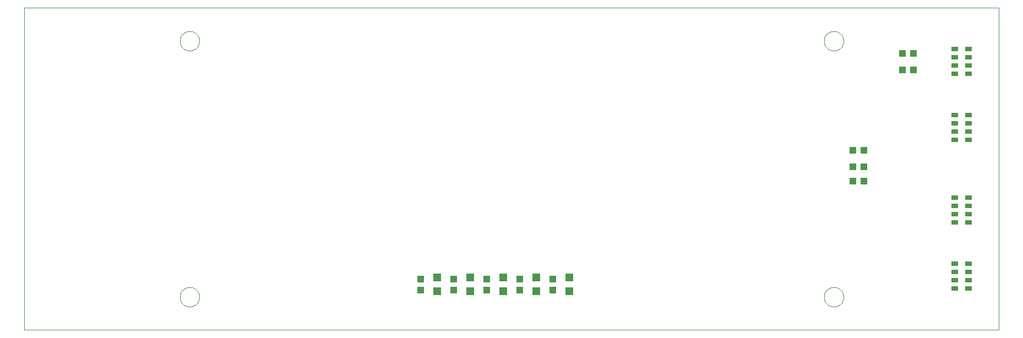
<source format=gtp>
G75*
G70*
%OFA0B0*%
%FSLAX24Y24*%
%IPPOS*%
%LPD*%
%AMOC8*
5,1,8,0,0,1.08239X$1,22.5*
%
%ADD10C,0.0000*%
%ADD11R,0.0394X0.0433*%
%ADD12R,0.0433X0.0394*%
%ADD13R,0.0472X0.0472*%
%ADD14R,0.0433X0.0295*%
D10*
X000655Y000907D02*
X000655Y020407D01*
X059655Y020407D01*
X059655Y000907D01*
X000655Y000907D01*
X010064Y002907D02*
X010066Y002955D01*
X010072Y003003D01*
X010082Y003050D01*
X010095Y003096D01*
X010113Y003141D01*
X010133Y003185D01*
X010158Y003227D01*
X010186Y003266D01*
X010216Y003303D01*
X010250Y003337D01*
X010287Y003369D01*
X010325Y003398D01*
X010366Y003423D01*
X010409Y003445D01*
X010454Y003463D01*
X010500Y003477D01*
X010547Y003488D01*
X010595Y003495D01*
X010643Y003498D01*
X010691Y003497D01*
X010739Y003492D01*
X010787Y003483D01*
X010833Y003471D01*
X010878Y003454D01*
X010922Y003434D01*
X010964Y003411D01*
X011004Y003384D01*
X011042Y003354D01*
X011077Y003321D01*
X011109Y003285D01*
X011139Y003247D01*
X011165Y003206D01*
X011187Y003163D01*
X011207Y003119D01*
X011222Y003074D01*
X011234Y003027D01*
X011242Y002979D01*
X011246Y002931D01*
X011246Y002883D01*
X011242Y002835D01*
X011234Y002787D01*
X011222Y002740D01*
X011207Y002695D01*
X011187Y002651D01*
X011165Y002608D01*
X011139Y002567D01*
X011109Y002529D01*
X011077Y002493D01*
X011042Y002460D01*
X011004Y002430D01*
X010964Y002403D01*
X010922Y002380D01*
X010878Y002360D01*
X010833Y002343D01*
X010787Y002331D01*
X010739Y002322D01*
X010691Y002317D01*
X010643Y002316D01*
X010595Y002319D01*
X010547Y002326D01*
X010500Y002337D01*
X010454Y002351D01*
X010409Y002369D01*
X010366Y002391D01*
X010325Y002416D01*
X010287Y002445D01*
X010250Y002477D01*
X010216Y002511D01*
X010186Y002548D01*
X010158Y002587D01*
X010133Y002629D01*
X010113Y002673D01*
X010095Y002718D01*
X010082Y002764D01*
X010072Y002811D01*
X010066Y002859D01*
X010064Y002907D01*
X049064Y002907D02*
X049066Y002955D01*
X049072Y003003D01*
X049082Y003050D01*
X049095Y003096D01*
X049113Y003141D01*
X049133Y003185D01*
X049158Y003227D01*
X049186Y003266D01*
X049216Y003303D01*
X049250Y003337D01*
X049287Y003369D01*
X049325Y003398D01*
X049366Y003423D01*
X049409Y003445D01*
X049454Y003463D01*
X049500Y003477D01*
X049547Y003488D01*
X049595Y003495D01*
X049643Y003498D01*
X049691Y003497D01*
X049739Y003492D01*
X049787Y003483D01*
X049833Y003471D01*
X049878Y003454D01*
X049922Y003434D01*
X049964Y003411D01*
X050004Y003384D01*
X050042Y003354D01*
X050077Y003321D01*
X050109Y003285D01*
X050139Y003247D01*
X050165Y003206D01*
X050187Y003163D01*
X050207Y003119D01*
X050222Y003074D01*
X050234Y003027D01*
X050242Y002979D01*
X050246Y002931D01*
X050246Y002883D01*
X050242Y002835D01*
X050234Y002787D01*
X050222Y002740D01*
X050207Y002695D01*
X050187Y002651D01*
X050165Y002608D01*
X050139Y002567D01*
X050109Y002529D01*
X050077Y002493D01*
X050042Y002460D01*
X050004Y002430D01*
X049964Y002403D01*
X049922Y002380D01*
X049878Y002360D01*
X049833Y002343D01*
X049787Y002331D01*
X049739Y002322D01*
X049691Y002317D01*
X049643Y002316D01*
X049595Y002319D01*
X049547Y002326D01*
X049500Y002337D01*
X049454Y002351D01*
X049409Y002369D01*
X049366Y002391D01*
X049325Y002416D01*
X049287Y002445D01*
X049250Y002477D01*
X049216Y002511D01*
X049186Y002548D01*
X049158Y002587D01*
X049133Y002629D01*
X049113Y002673D01*
X049095Y002718D01*
X049082Y002764D01*
X049072Y002811D01*
X049066Y002859D01*
X049064Y002907D01*
X049064Y018407D02*
X049066Y018455D01*
X049072Y018503D01*
X049082Y018550D01*
X049095Y018596D01*
X049113Y018641D01*
X049133Y018685D01*
X049158Y018727D01*
X049186Y018766D01*
X049216Y018803D01*
X049250Y018837D01*
X049287Y018869D01*
X049325Y018898D01*
X049366Y018923D01*
X049409Y018945D01*
X049454Y018963D01*
X049500Y018977D01*
X049547Y018988D01*
X049595Y018995D01*
X049643Y018998D01*
X049691Y018997D01*
X049739Y018992D01*
X049787Y018983D01*
X049833Y018971D01*
X049878Y018954D01*
X049922Y018934D01*
X049964Y018911D01*
X050004Y018884D01*
X050042Y018854D01*
X050077Y018821D01*
X050109Y018785D01*
X050139Y018747D01*
X050165Y018706D01*
X050187Y018663D01*
X050207Y018619D01*
X050222Y018574D01*
X050234Y018527D01*
X050242Y018479D01*
X050246Y018431D01*
X050246Y018383D01*
X050242Y018335D01*
X050234Y018287D01*
X050222Y018240D01*
X050207Y018195D01*
X050187Y018151D01*
X050165Y018108D01*
X050139Y018067D01*
X050109Y018029D01*
X050077Y017993D01*
X050042Y017960D01*
X050004Y017930D01*
X049964Y017903D01*
X049922Y017880D01*
X049878Y017860D01*
X049833Y017843D01*
X049787Y017831D01*
X049739Y017822D01*
X049691Y017817D01*
X049643Y017816D01*
X049595Y017819D01*
X049547Y017826D01*
X049500Y017837D01*
X049454Y017851D01*
X049409Y017869D01*
X049366Y017891D01*
X049325Y017916D01*
X049287Y017945D01*
X049250Y017977D01*
X049216Y018011D01*
X049186Y018048D01*
X049158Y018087D01*
X049133Y018129D01*
X049113Y018173D01*
X049095Y018218D01*
X049082Y018264D01*
X049072Y018311D01*
X049066Y018359D01*
X049064Y018407D01*
X010064Y018407D02*
X010066Y018455D01*
X010072Y018503D01*
X010082Y018550D01*
X010095Y018596D01*
X010113Y018641D01*
X010133Y018685D01*
X010158Y018727D01*
X010186Y018766D01*
X010216Y018803D01*
X010250Y018837D01*
X010287Y018869D01*
X010325Y018898D01*
X010366Y018923D01*
X010409Y018945D01*
X010454Y018963D01*
X010500Y018977D01*
X010547Y018988D01*
X010595Y018995D01*
X010643Y018998D01*
X010691Y018997D01*
X010739Y018992D01*
X010787Y018983D01*
X010833Y018971D01*
X010878Y018954D01*
X010922Y018934D01*
X010964Y018911D01*
X011004Y018884D01*
X011042Y018854D01*
X011077Y018821D01*
X011109Y018785D01*
X011139Y018747D01*
X011165Y018706D01*
X011187Y018663D01*
X011207Y018619D01*
X011222Y018574D01*
X011234Y018527D01*
X011242Y018479D01*
X011246Y018431D01*
X011246Y018383D01*
X011242Y018335D01*
X011234Y018287D01*
X011222Y018240D01*
X011207Y018195D01*
X011187Y018151D01*
X011165Y018108D01*
X011139Y018067D01*
X011109Y018029D01*
X011077Y017993D01*
X011042Y017960D01*
X011004Y017930D01*
X010964Y017903D01*
X010922Y017880D01*
X010878Y017860D01*
X010833Y017843D01*
X010787Y017831D01*
X010739Y017822D01*
X010691Y017817D01*
X010643Y017816D01*
X010595Y017819D01*
X010547Y017826D01*
X010500Y017837D01*
X010454Y017851D01*
X010409Y017869D01*
X010366Y017891D01*
X010325Y017916D01*
X010287Y017945D01*
X010250Y017977D01*
X010216Y018011D01*
X010186Y018048D01*
X010158Y018087D01*
X010133Y018129D01*
X010113Y018173D01*
X010095Y018218D01*
X010082Y018264D01*
X010072Y018311D01*
X010066Y018359D01*
X010064Y018407D01*
D11*
X050820Y011782D03*
X051490Y011782D03*
X051490Y010782D03*
X050820Y010782D03*
X053820Y016657D03*
X054490Y016657D03*
X054490Y017657D03*
X053820Y017657D03*
D12*
X051490Y009907D03*
X050820Y009907D03*
X032655Y003992D03*
X032655Y003322D03*
X030655Y003322D03*
X030655Y003992D03*
X028655Y003992D03*
X028655Y003322D03*
X026655Y003322D03*
X026655Y003992D03*
X024655Y003992D03*
X024655Y003322D03*
D13*
X025655Y003244D03*
X027655Y003244D03*
X029655Y003244D03*
X029655Y004070D03*
X027655Y004070D03*
X025655Y004070D03*
X031655Y004070D03*
X033655Y004070D03*
X033655Y003244D03*
X031655Y003244D03*
D14*
X056984Y003407D03*
X057826Y003407D03*
X057826Y003907D03*
X056984Y003907D03*
X056984Y004407D03*
X057826Y004407D03*
X057826Y004907D03*
X056984Y004907D03*
X056984Y007407D03*
X057826Y007407D03*
X057826Y007907D03*
X056984Y007907D03*
X056984Y008407D03*
X057826Y008407D03*
X057826Y008907D03*
X056984Y008907D03*
X056984Y012407D03*
X057826Y012407D03*
X057826Y012907D03*
X056984Y012907D03*
X056984Y013407D03*
X057826Y013407D03*
X057826Y013907D03*
X056984Y013907D03*
X056984Y016407D03*
X057826Y016407D03*
X057826Y016907D03*
X056984Y016907D03*
X056984Y017407D03*
X057826Y017407D03*
X057826Y017907D03*
X056984Y017907D03*
M02*

</source>
